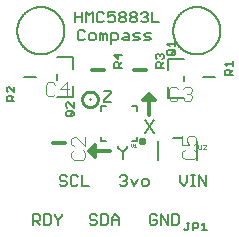
<source format=gbr>
G04 EAGLE Gerber RS-274X export*
G75*
%MOMM*%
%FSLAX34Y34*%
%LPD*%
%INSilkscreen Top*%
%IPPOS*%
%AMOC8*
5,1,8,0,0,1.08239X$1,22.5*%
G01*
%ADD10C,0.304800*%
%ADD11C,0.254000*%
%ADD12C,0.127000*%
%ADD13C,0.152400*%
%ADD14C,0.203200*%
%ADD15C,0.300000*%
%ADD16C,0.025400*%
%ADD17C,0.101600*%


D10*
X114300Y96520D02*
X114300Y114300D01*
X109220Y109220D01*
X119380Y109220D01*
X114300Y114300D01*
X81280Y66040D02*
X63500Y66040D01*
X68580Y71120D01*
X68580Y60960D01*
X63500Y66040D01*
D11*
X57912Y109474D02*
X57914Y109636D01*
X57920Y109798D01*
X57930Y109960D01*
X57944Y110121D01*
X57962Y110282D01*
X57983Y110443D01*
X58009Y110603D01*
X58039Y110762D01*
X58072Y110921D01*
X58110Y111079D01*
X58151Y111235D01*
X58196Y111391D01*
X58245Y111546D01*
X58298Y111699D01*
X58355Y111851D01*
X58415Y112001D01*
X58479Y112150D01*
X58546Y112298D01*
X58617Y112443D01*
X58692Y112587D01*
X58770Y112729D01*
X58852Y112869D01*
X58937Y113007D01*
X59025Y113143D01*
X59117Y113277D01*
X59212Y113408D01*
X59310Y113537D01*
X59411Y113664D01*
X59515Y113788D01*
X59623Y113909D01*
X59733Y114028D01*
X59846Y114144D01*
X59962Y114257D01*
X60081Y114367D01*
X60202Y114475D01*
X60326Y114579D01*
X60453Y114680D01*
X60582Y114778D01*
X60713Y114873D01*
X60847Y114965D01*
X60983Y115053D01*
X61121Y115138D01*
X61261Y115220D01*
X61403Y115298D01*
X61547Y115373D01*
X61692Y115444D01*
X61840Y115511D01*
X61989Y115575D01*
X62139Y115635D01*
X62291Y115692D01*
X62444Y115745D01*
X62599Y115794D01*
X62755Y115839D01*
X62911Y115880D01*
X63069Y115918D01*
X63228Y115951D01*
X63387Y115981D01*
X63547Y116007D01*
X63708Y116028D01*
X63869Y116046D01*
X64030Y116060D01*
X64192Y116070D01*
X64354Y116076D01*
X64516Y116078D01*
X64678Y116076D01*
X64840Y116070D01*
X65002Y116060D01*
X65163Y116046D01*
X65324Y116028D01*
X65485Y116007D01*
X65645Y115981D01*
X65804Y115951D01*
X65963Y115918D01*
X66121Y115880D01*
X66277Y115839D01*
X66433Y115794D01*
X66588Y115745D01*
X66741Y115692D01*
X66893Y115635D01*
X67043Y115575D01*
X67192Y115511D01*
X67340Y115444D01*
X67485Y115373D01*
X67629Y115298D01*
X67771Y115220D01*
X67911Y115138D01*
X68049Y115053D01*
X68185Y114965D01*
X68319Y114873D01*
X68450Y114778D01*
X68579Y114680D01*
X68706Y114579D01*
X68830Y114475D01*
X68951Y114367D01*
X69070Y114257D01*
X69186Y114144D01*
X69299Y114028D01*
X69409Y113909D01*
X69517Y113788D01*
X69621Y113664D01*
X69722Y113537D01*
X69820Y113408D01*
X69915Y113277D01*
X70007Y113143D01*
X70095Y113007D01*
X70180Y112869D01*
X70262Y112729D01*
X70340Y112587D01*
X70415Y112443D01*
X70486Y112298D01*
X70553Y112150D01*
X70617Y112001D01*
X70677Y111851D01*
X70734Y111699D01*
X70787Y111546D01*
X70836Y111391D01*
X70881Y111235D01*
X70922Y111079D01*
X70960Y110921D01*
X70993Y110762D01*
X71023Y110603D01*
X71049Y110443D01*
X71070Y110282D01*
X71088Y110121D01*
X71102Y109960D01*
X71112Y109798D01*
X71118Y109636D01*
X71120Y109474D01*
X71118Y109312D01*
X71112Y109150D01*
X71102Y108988D01*
X71088Y108827D01*
X71070Y108666D01*
X71049Y108505D01*
X71023Y108345D01*
X70993Y108186D01*
X70960Y108027D01*
X70922Y107869D01*
X70881Y107713D01*
X70836Y107557D01*
X70787Y107402D01*
X70734Y107249D01*
X70677Y107097D01*
X70617Y106947D01*
X70553Y106798D01*
X70486Y106650D01*
X70415Y106505D01*
X70340Y106361D01*
X70262Y106219D01*
X70180Y106079D01*
X70095Y105941D01*
X70007Y105805D01*
X69915Y105671D01*
X69820Y105540D01*
X69722Y105411D01*
X69621Y105284D01*
X69517Y105160D01*
X69409Y105039D01*
X69299Y104920D01*
X69186Y104804D01*
X69070Y104691D01*
X68951Y104581D01*
X68830Y104473D01*
X68706Y104369D01*
X68579Y104268D01*
X68450Y104170D01*
X68319Y104075D01*
X68185Y103983D01*
X68049Y103895D01*
X67911Y103810D01*
X67771Y103728D01*
X67629Y103650D01*
X67485Y103575D01*
X67340Y103504D01*
X67192Y103437D01*
X67043Y103373D01*
X66893Y103313D01*
X66741Y103256D01*
X66588Y103203D01*
X66433Y103154D01*
X66277Y103109D01*
X66121Y103068D01*
X65963Y103030D01*
X65804Y102997D01*
X65645Y102967D01*
X65485Y102941D01*
X65324Y102920D01*
X65163Y102902D01*
X65002Y102888D01*
X64840Y102878D01*
X64678Y102872D01*
X64516Y102870D01*
X64354Y102872D01*
X64192Y102878D01*
X64030Y102888D01*
X63869Y102902D01*
X63708Y102920D01*
X63547Y102941D01*
X63387Y102967D01*
X63228Y102997D01*
X63069Y103030D01*
X62911Y103068D01*
X62755Y103109D01*
X62599Y103154D01*
X62444Y103203D01*
X62291Y103256D01*
X62139Y103313D01*
X61989Y103373D01*
X61840Y103437D01*
X61692Y103504D01*
X61547Y103575D01*
X61403Y103650D01*
X61261Y103728D01*
X61121Y103810D01*
X60983Y103895D01*
X60847Y103983D01*
X60713Y104075D01*
X60582Y104170D01*
X60453Y104268D01*
X60326Y104369D01*
X60202Y104473D01*
X60081Y104581D01*
X59962Y104691D01*
X59846Y104804D01*
X59733Y104920D01*
X59623Y105039D01*
X59515Y105160D01*
X59411Y105284D01*
X59310Y105411D01*
X59212Y105540D01*
X59117Y105671D01*
X59025Y105805D01*
X58937Y105941D01*
X58852Y106079D01*
X58770Y106219D01*
X58692Y106361D01*
X58617Y106505D01*
X58546Y106650D01*
X58479Y106798D01*
X58415Y106947D01*
X58355Y107097D01*
X58298Y107249D01*
X58245Y107402D01*
X58196Y107557D01*
X58151Y107713D01*
X58110Y107869D01*
X58072Y108027D01*
X58039Y108186D01*
X58009Y108345D01*
X57983Y108505D01*
X57962Y108666D01*
X57944Y108827D01*
X57930Y108988D01*
X57920Y109150D01*
X57914Y109312D01*
X57912Y109474D01*
X64262Y109728D02*
X64264Y109759D01*
X64270Y109790D01*
X64279Y109820D01*
X64292Y109848D01*
X64309Y109875D01*
X64328Y109899D01*
X64351Y109921D01*
X64376Y109940D01*
X64403Y109955D01*
X64432Y109968D01*
X64462Y109976D01*
X64493Y109981D01*
X64524Y109982D01*
X64555Y109979D01*
X64586Y109972D01*
X64615Y109962D01*
X64643Y109948D01*
X64669Y109931D01*
X64693Y109910D01*
X64714Y109887D01*
X64732Y109862D01*
X64747Y109834D01*
X64758Y109805D01*
X64766Y109775D01*
X64770Y109744D01*
X64770Y109712D01*
X64766Y109681D01*
X64758Y109651D01*
X64747Y109622D01*
X64732Y109594D01*
X64714Y109569D01*
X64693Y109546D01*
X64669Y109525D01*
X64643Y109508D01*
X64615Y109494D01*
X64586Y109484D01*
X64555Y109477D01*
X64524Y109474D01*
X64493Y109475D01*
X64462Y109480D01*
X64432Y109488D01*
X64403Y109501D01*
X64376Y109516D01*
X64351Y109535D01*
X64328Y109557D01*
X64309Y109581D01*
X64292Y109608D01*
X64279Y109636D01*
X64270Y109666D01*
X64264Y109697D01*
X64262Y109728D01*
D12*
X119384Y12073D02*
X120867Y10590D01*
X119384Y12073D02*
X116418Y12073D01*
X114935Y10590D01*
X114935Y4658D01*
X116418Y3175D01*
X119384Y3175D01*
X120867Y4658D01*
X120867Y7624D01*
X117901Y7624D01*
X124290Y3175D02*
X124290Y12073D01*
X130222Y3175D01*
X130222Y12073D01*
X133645Y12073D02*
X133645Y3175D01*
X138094Y3175D01*
X139577Y4658D01*
X139577Y10590D01*
X138094Y12073D01*
X133645Y12073D01*
X15875Y12073D02*
X15875Y3175D01*
X15875Y12073D02*
X20324Y12073D01*
X21807Y10590D01*
X21807Y7624D01*
X20324Y6141D01*
X15875Y6141D01*
X18841Y6141D02*
X21807Y3175D01*
X25230Y3175D02*
X25230Y12073D01*
X25230Y3175D02*
X29679Y3175D01*
X31162Y4658D01*
X31162Y10590D01*
X29679Y12073D01*
X25230Y12073D01*
X34585Y12073D02*
X34585Y10590D01*
X37551Y7624D01*
X40517Y10590D01*
X40517Y12073D01*
X37551Y7624D02*
X37551Y3175D01*
X68584Y12073D02*
X70067Y10590D01*
X68584Y12073D02*
X65618Y12073D01*
X64135Y10590D01*
X64135Y9107D01*
X65618Y7624D01*
X68584Y7624D01*
X70067Y6141D01*
X70067Y4658D01*
X68584Y3175D01*
X65618Y3175D01*
X64135Y4658D01*
X73490Y3175D02*
X73490Y12073D01*
X73490Y3175D02*
X77939Y3175D01*
X79422Y4658D01*
X79422Y10590D01*
X77939Y12073D01*
X73490Y12073D01*
X82845Y9107D02*
X82845Y3175D01*
X82845Y9107D02*
X85811Y12073D01*
X88777Y9107D01*
X88777Y3175D01*
X88777Y7624D02*
X82845Y7624D01*
X44667Y43610D02*
X43184Y45093D01*
X40218Y45093D01*
X38735Y43610D01*
X38735Y42127D01*
X40218Y40644D01*
X43184Y40644D01*
X44667Y39161D01*
X44667Y37678D01*
X43184Y36195D01*
X40218Y36195D01*
X38735Y37678D01*
X52539Y45093D02*
X54022Y43610D01*
X52539Y45093D02*
X49573Y45093D01*
X48090Y43610D01*
X48090Y37678D01*
X49573Y36195D01*
X52539Y36195D01*
X54022Y37678D01*
X57445Y36195D02*
X57445Y45093D01*
X57445Y36195D02*
X63377Y36195D01*
X140788Y39161D02*
X140788Y45093D01*
X140788Y39161D02*
X143754Y36195D01*
X146720Y39161D01*
X146720Y45093D01*
X150143Y36195D02*
X153109Y36195D01*
X151626Y36195D02*
X151626Y45093D01*
X150143Y45093D02*
X153109Y45093D01*
X156380Y45093D02*
X156380Y36195D01*
X162312Y36195D02*
X156380Y45093D01*
X162312Y45093D02*
X162312Y36195D01*
X51435Y174625D02*
X51435Y183523D01*
X51435Y179074D02*
X57367Y179074D01*
X57367Y183523D02*
X57367Y174625D01*
X60790Y174625D02*
X60790Y183523D01*
X63756Y180557D01*
X66722Y183523D01*
X66722Y174625D01*
X74594Y183523D02*
X76077Y182040D01*
X74594Y183523D02*
X71628Y183523D01*
X70145Y182040D01*
X70145Y176108D01*
X71628Y174625D01*
X74594Y174625D01*
X76077Y176108D01*
X79501Y183523D02*
X85432Y183523D01*
X79501Y183523D02*
X79501Y179074D01*
X82466Y180557D01*
X83949Y180557D01*
X85432Y179074D01*
X85432Y176108D01*
X83949Y174625D01*
X80983Y174625D01*
X79501Y176108D01*
X88856Y182040D02*
X90339Y183523D01*
X93305Y183523D01*
X94787Y182040D01*
X94787Y180557D01*
X93305Y179074D01*
X94787Y177591D01*
X94787Y176108D01*
X93305Y174625D01*
X90339Y174625D01*
X88856Y176108D01*
X88856Y177591D01*
X90339Y179074D01*
X88856Y180557D01*
X88856Y182040D01*
X90339Y179074D02*
X93305Y179074D01*
X98211Y182040D02*
X99694Y183523D01*
X102660Y183523D01*
X104143Y182040D01*
X104143Y180557D01*
X102660Y179074D01*
X104143Y177591D01*
X104143Y176108D01*
X102660Y174625D01*
X99694Y174625D01*
X98211Y176108D01*
X98211Y177591D01*
X99694Y179074D01*
X98211Y180557D01*
X98211Y182040D01*
X99694Y179074D02*
X102660Y179074D01*
X107566Y182040D02*
X109049Y183523D01*
X112015Y183523D01*
X113498Y182040D01*
X113498Y180557D01*
X112015Y179074D01*
X110532Y179074D01*
X112015Y179074D02*
X113498Y177591D01*
X113498Y176108D01*
X112015Y174625D01*
X109049Y174625D01*
X107566Y176108D01*
X116921Y174625D02*
X116921Y183523D01*
X116921Y174625D02*
X122853Y174625D01*
X59907Y166800D02*
X58424Y168283D01*
X55458Y168283D01*
X53975Y166800D01*
X53975Y160868D01*
X55458Y159385D01*
X58424Y159385D01*
X59907Y160868D01*
X64813Y159385D02*
X67779Y159385D01*
X69262Y160868D01*
X69262Y163834D01*
X67779Y165317D01*
X64813Y165317D01*
X63330Y163834D01*
X63330Y160868D01*
X64813Y159385D01*
X72685Y159385D02*
X72685Y165317D01*
X74168Y165317D01*
X75651Y163834D01*
X75651Y159385D01*
X75651Y163834D02*
X77134Y165317D01*
X78617Y163834D01*
X78617Y159385D01*
X82041Y156419D02*
X82041Y165317D01*
X86489Y165317D01*
X87972Y163834D01*
X87972Y160868D01*
X86489Y159385D01*
X82041Y159385D01*
X92879Y165317D02*
X95845Y165317D01*
X97327Y163834D01*
X97327Y159385D01*
X92879Y159385D01*
X91396Y160868D01*
X92879Y162351D01*
X97327Y162351D01*
X100751Y159385D02*
X105200Y159385D01*
X106683Y160868D01*
X105200Y162351D01*
X102234Y162351D01*
X100751Y163834D01*
X102234Y165317D01*
X106683Y165317D01*
X110106Y159385D02*
X114555Y159385D01*
X116038Y160868D01*
X114555Y162351D01*
X111589Y162351D01*
X110106Y163834D01*
X111589Y165317D01*
X116038Y165317D01*
D13*
X111252Y91958D02*
X118709Y80772D01*
X111252Y80772D02*
X118709Y91958D01*
D12*
X82048Y116467D02*
X76116Y116467D01*
X82048Y116467D02*
X82048Y114984D01*
X76116Y109052D01*
X76116Y107569D01*
X82048Y107569D01*
X91018Y45093D02*
X89535Y43610D01*
X91018Y45093D02*
X93984Y45093D01*
X95467Y43610D01*
X95467Y42127D01*
X93984Y40644D01*
X92501Y40644D01*
X93984Y40644D02*
X95467Y39161D01*
X95467Y37678D01*
X93984Y36195D01*
X91018Y36195D01*
X89535Y37678D01*
X98890Y42127D02*
X101856Y36195D01*
X104822Y42127D01*
X109728Y36195D02*
X112694Y36195D01*
X114177Y37678D01*
X114177Y40644D01*
X112694Y42127D01*
X109728Y42127D01*
X108245Y40644D01*
X108245Y37678D01*
X109728Y36195D01*
D13*
X88392Y68503D02*
X88392Y70368D01*
X88392Y68503D02*
X92121Y64775D01*
X95849Y68503D01*
X95849Y70368D01*
X92121Y64775D02*
X92121Y59182D01*
D14*
X103900Y73900D02*
X103900Y77900D01*
X103900Y73900D02*
X99900Y73900D01*
X77900Y73900D02*
X73900Y73900D01*
X73900Y77900D01*
X73900Y99900D02*
X73900Y103900D01*
X77900Y103900D01*
X99900Y103900D02*
X103900Y103900D01*
X103900Y99900D01*
D15*
X107400Y73900D02*
X107402Y73977D01*
X107408Y74054D01*
X107418Y74131D01*
X107432Y74207D01*
X107449Y74282D01*
X107471Y74356D01*
X107496Y74429D01*
X107526Y74501D01*
X107558Y74571D01*
X107595Y74639D01*
X107634Y74705D01*
X107677Y74769D01*
X107724Y74831D01*
X107773Y74890D01*
X107826Y74947D01*
X107881Y75001D01*
X107939Y75052D01*
X108000Y75100D01*
X108063Y75145D01*
X108128Y75186D01*
X108195Y75224D01*
X108264Y75259D01*
X108335Y75289D01*
X108407Y75317D01*
X108481Y75340D01*
X108555Y75360D01*
X108631Y75376D01*
X108707Y75388D01*
X108784Y75396D01*
X108861Y75400D01*
X108939Y75400D01*
X109016Y75396D01*
X109093Y75388D01*
X109169Y75376D01*
X109245Y75360D01*
X109319Y75340D01*
X109393Y75317D01*
X109465Y75289D01*
X109536Y75259D01*
X109605Y75224D01*
X109672Y75186D01*
X109737Y75145D01*
X109800Y75100D01*
X109861Y75052D01*
X109919Y75001D01*
X109974Y74947D01*
X110027Y74890D01*
X110076Y74831D01*
X110123Y74769D01*
X110166Y74705D01*
X110205Y74639D01*
X110242Y74571D01*
X110274Y74501D01*
X110304Y74429D01*
X110329Y74356D01*
X110351Y74282D01*
X110368Y74207D01*
X110382Y74131D01*
X110392Y74054D01*
X110398Y73977D01*
X110400Y73900D01*
X110398Y73823D01*
X110392Y73746D01*
X110382Y73669D01*
X110368Y73593D01*
X110351Y73518D01*
X110329Y73444D01*
X110304Y73371D01*
X110274Y73299D01*
X110242Y73229D01*
X110205Y73161D01*
X110166Y73095D01*
X110123Y73031D01*
X110076Y72969D01*
X110027Y72910D01*
X109974Y72853D01*
X109919Y72799D01*
X109861Y72748D01*
X109800Y72700D01*
X109737Y72655D01*
X109672Y72614D01*
X109605Y72576D01*
X109536Y72541D01*
X109465Y72511D01*
X109393Y72483D01*
X109319Y72460D01*
X109245Y72440D01*
X109169Y72424D01*
X109093Y72412D01*
X109016Y72404D01*
X108939Y72400D01*
X108861Y72400D01*
X108784Y72404D01*
X108707Y72412D01*
X108631Y72424D01*
X108555Y72440D01*
X108481Y72460D01*
X108407Y72483D01*
X108335Y72511D01*
X108264Y72541D01*
X108195Y72576D01*
X108128Y72614D01*
X108063Y72655D01*
X108000Y72700D01*
X107939Y72748D01*
X107881Y72799D01*
X107826Y72853D01*
X107773Y72910D01*
X107724Y72969D01*
X107677Y73031D01*
X107634Y73095D01*
X107595Y73161D01*
X107558Y73229D01*
X107526Y73299D01*
X107496Y73371D01*
X107471Y73444D01*
X107449Y73518D01*
X107432Y73593D01*
X107418Y73669D01*
X107408Y73746D01*
X107402Y73823D01*
X107400Y73900D01*
D16*
X99349Y71775D02*
X99349Y69868D01*
X99731Y69487D01*
X100493Y69487D01*
X100875Y69868D01*
X100875Y71775D01*
X101688Y71012D02*
X102451Y71775D01*
X102451Y69487D01*
X103213Y69487D02*
X101688Y69487D01*
D10*
X43180Y72390D02*
X33020Y72390D01*
D17*
X48758Y64247D02*
X50707Y66196D01*
X48758Y64247D02*
X48758Y60349D01*
X50707Y58400D01*
X58503Y58400D01*
X60452Y60349D01*
X60452Y64247D01*
X58503Y66196D01*
X60452Y70094D02*
X60452Y77890D01*
X60452Y70094D02*
X52656Y77890D01*
X50707Y77890D01*
X48758Y75941D01*
X48758Y72043D01*
X50707Y70094D01*
X137165Y120152D02*
X139114Y118203D01*
X137165Y120152D02*
X133267Y120152D01*
X131318Y118203D01*
X131318Y110407D01*
X133267Y108458D01*
X137165Y108458D01*
X139114Y110407D01*
X143012Y118203D02*
X144961Y120152D01*
X148859Y120152D01*
X150808Y118203D01*
X150808Y116254D01*
X148859Y114305D01*
X146910Y114305D01*
X148859Y114305D02*
X150808Y112356D01*
X150808Y110407D01*
X148859Y108458D01*
X144961Y108458D01*
X143012Y110407D01*
D14*
X2860Y167640D02*
X2866Y168131D01*
X2884Y168621D01*
X2914Y169111D01*
X2956Y169600D01*
X3010Y170088D01*
X3076Y170575D01*
X3154Y171059D01*
X3244Y171542D01*
X3346Y172022D01*
X3459Y172500D01*
X3584Y172974D01*
X3721Y173446D01*
X3869Y173914D01*
X4029Y174378D01*
X4200Y174838D01*
X4382Y175294D01*
X4576Y175745D01*
X4780Y176191D01*
X4996Y176632D01*
X5222Y177068D01*
X5458Y177498D01*
X5705Y177922D01*
X5963Y178340D01*
X6231Y178751D01*
X6508Y179156D01*
X6796Y179554D01*
X7093Y179945D01*
X7400Y180328D01*
X7716Y180703D01*
X8041Y181071D01*
X8375Y181431D01*
X8718Y181782D01*
X9069Y182125D01*
X9429Y182459D01*
X9797Y182784D01*
X10172Y183100D01*
X10555Y183407D01*
X10946Y183704D01*
X11344Y183992D01*
X11749Y184269D01*
X12160Y184537D01*
X12578Y184795D01*
X13002Y185042D01*
X13432Y185278D01*
X13868Y185504D01*
X14309Y185720D01*
X14755Y185924D01*
X15206Y186118D01*
X15662Y186300D01*
X16122Y186471D01*
X16586Y186631D01*
X17054Y186779D01*
X17526Y186916D01*
X18000Y187041D01*
X18478Y187154D01*
X18958Y187256D01*
X19441Y187346D01*
X19925Y187424D01*
X20412Y187490D01*
X20900Y187544D01*
X21389Y187586D01*
X21879Y187616D01*
X22369Y187634D01*
X22860Y187640D01*
X23351Y187634D01*
X23841Y187616D01*
X24331Y187586D01*
X24820Y187544D01*
X25308Y187490D01*
X25795Y187424D01*
X26279Y187346D01*
X26762Y187256D01*
X27242Y187154D01*
X27720Y187041D01*
X28194Y186916D01*
X28666Y186779D01*
X29134Y186631D01*
X29598Y186471D01*
X30058Y186300D01*
X30514Y186118D01*
X30965Y185924D01*
X31411Y185720D01*
X31852Y185504D01*
X32288Y185278D01*
X32718Y185042D01*
X33142Y184795D01*
X33560Y184537D01*
X33971Y184269D01*
X34376Y183992D01*
X34774Y183704D01*
X35165Y183407D01*
X35548Y183100D01*
X35923Y182784D01*
X36291Y182459D01*
X36651Y182125D01*
X37002Y181782D01*
X37345Y181431D01*
X37679Y181071D01*
X38004Y180703D01*
X38320Y180328D01*
X38627Y179945D01*
X38924Y179554D01*
X39212Y179156D01*
X39489Y178751D01*
X39757Y178340D01*
X40015Y177922D01*
X40262Y177498D01*
X40498Y177068D01*
X40724Y176632D01*
X40940Y176191D01*
X41144Y175745D01*
X41338Y175294D01*
X41520Y174838D01*
X41691Y174378D01*
X41851Y173914D01*
X41999Y173446D01*
X42136Y172974D01*
X42261Y172500D01*
X42374Y172022D01*
X42476Y171542D01*
X42566Y171059D01*
X42644Y170575D01*
X42710Y170088D01*
X42764Y169600D01*
X42806Y169111D01*
X42836Y168621D01*
X42854Y168131D01*
X42860Y167640D01*
X42854Y167149D01*
X42836Y166659D01*
X42806Y166169D01*
X42764Y165680D01*
X42710Y165192D01*
X42644Y164705D01*
X42566Y164221D01*
X42476Y163738D01*
X42374Y163258D01*
X42261Y162780D01*
X42136Y162306D01*
X41999Y161834D01*
X41851Y161366D01*
X41691Y160902D01*
X41520Y160442D01*
X41338Y159986D01*
X41144Y159535D01*
X40940Y159089D01*
X40724Y158648D01*
X40498Y158212D01*
X40262Y157782D01*
X40015Y157358D01*
X39757Y156940D01*
X39489Y156529D01*
X39212Y156124D01*
X38924Y155726D01*
X38627Y155335D01*
X38320Y154952D01*
X38004Y154577D01*
X37679Y154209D01*
X37345Y153849D01*
X37002Y153498D01*
X36651Y153155D01*
X36291Y152821D01*
X35923Y152496D01*
X35548Y152180D01*
X35165Y151873D01*
X34774Y151576D01*
X34376Y151288D01*
X33971Y151011D01*
X33560Y150743D01*
X33142Y150485D01*
X32718Y150238D01*
X32288Y150002D01*
X31852Y149776D01*
X31411Y149560D01*
X30965Y149356D01*
X30514Y149162D01*
X30058Y148980D01*
X29598Y148809D01*
X29134Y148649D01*
X28666Y148501D01*
X28194Y148364D01*
X27720Y148239D01*
X27242Y148126D01*
X26762Y148024D01*
X26279Y147934D01*
X25795Y147856D01*
X25308Y147790D01*
X24820Y147736D01*
X24331Y147694D01*
X23841Y147664D01*
X23351Y147646D01*
X22860Y147640D01*
X22369Y147646D01*
X21879Y147664D01*
X21389Y147694D01*
X20900Y147736D01*
X20412Y147790D01*
X19925Y147856D01*
X19441Y147934D01*
X18958Y148024D01*
X18478Y148126D01*
X18000Y148239D01*
X17526Y148364D01*
X17054Y148501D01*
X16586Y148649D01*
X16122Y148809D01*
X15662Y148980D01*
X15206Y149162D01*
X14755Y149356D01*
X14309Y149560D01*
X13868Y149776D01*
X13432Y150002D01*
X13002Y150238D01*
X12578Y150485D01*
X12160Y150743D01*
X11749Y151011D01*
X11344Y151288D01*
X10946Y151576D01*
X10555Y151873D01*
X10172Y152180D01*
X9797Y152496D01*
X9429Y152821D01*
X9069Y153155D01*
X8718Y153498D01*
X8375Y153849D01*
X8041Y154209D01*
X7716Y154577D01*
X7400Y154952D01*
X7093Y155335D01*
X6796Y155726D01*
X6508Y156124D01*
X6231Y156529D01*
X5963Y156940D01*
X5705Y157358D01*
X5458Y157782D01*
X5222Y158212D01*
X4996Y158648D01*
X4780Y159089D01*
X4576Y159535D01*
X4382Y159986D01*
X4200Y160442D01*
X4029Y160902D01*
X3869Y161366D01*
X3721Y161834D01*
X3584Y162306D01*
X3459Y162780D01*
X3346Y163258D01*
X3244Y163738D01*
X3154Y164221D01*
X3076Y164705D01*
X3010Y165192D01*
X2956Y165680D01*
X2914Y166169D01*
X2884Y166659D01*
X2866Y167149D01*
X2860Y167640D01*
X134940Y167640D02*
X134946Y168131D01*
X134964Y168621D01*
X134994Y169111D01*
X135036Y169600D01*
X135090Y170088D01*
X135156Y170575D01*
X135234Y171059D01*
X135324Y171542D01*
X135426Y172022D01*
X135539Y172500D01*
X135664Y172974D01*
X135801Y173446D01*
X135949Y173914D01*
X136109Y174378D01*
X136280Y174838D01*
X136462Y175294D01*
X136656Y175745D01*
X136860Y176191D01*
X137076Y176632D01*
X137302Y177068D01*
X137538Y177498D01*
X137785Y177922D01*
X138043Y178340D01*
X138311Y178751D01*
X138588Y179156D01*
X138876Y179554D01*
X139173Y179945D01*
X139480Y180328D01*
X139796Y180703D01*
X140121Y181071D01*
X140455Y181431D01*
X140798Y181782D01*
X141149Y182125D01*
X141509Y182459D01*
X141877Y182784D01*
X142252Y183100D01*
X142635Y183407D01*
X143026Y183704D01*
X143424Y183992D01*
X143829Y184269D01*
X144240Y184537D01*
X144658Y184795D01*
X145082Y185042D01*
X145512Y185278D01*
X145948Y185504D01*
X146389Y185720D01*
X146835Y185924D01*
X147286Y186118D01*
X147742Y186300D01*
X148202Y186471D01*
X148666Y186631D01*
X149134Y186779D01*
X149606Y186916D01*
X150080Y187041D01*
X150558Y187154D01*
X151038Y187256D01*
X151521Y187346D01*
X152005Y187424D01*
X152492Y187490D01*
X152980Y187544D01*
X153469Y187586D01*
X153959Y187616D01*
X154449Y187634D01*
X154940Y187640D01*
X155431Y187634D01*
X155921Y187616D01*
X156411Y187586D01*
X156900Y187544D01*
X157388Y187490D01*
X157875Y187424D01*
X158359Y187346D01*
X158842Y187256D01*
X159322Y187154D01*
X159800Y187041D01*
X160274Y186916D01*
X160746Y186779D01*
X161214Y186631D01*
X161678Y186471D01*
X162138Y186300D01*
X162594Y186118D01*
X163045Y185924D01*
X163491Y185720D01*
X163932Y185504D01*
X164368Y185278D01*
X164798Y185042D01*
X165222Y184795D01*
X165640Y184537D01*
X166051Y184269D01*
X166456Y183992D01*
X166854Y183704D01*
X167245Y183407D01*
X167628Y183100D01*
X168003Y182784D01*
X168371Y182459D01*
X168731Y182125D01*
X169082Y181782D01*
X169425Y181431D01*
X169759Y181071D01*
X170084Y180703D01*
X170400Y180328D01*
X170707Y179945D01*
X171004Y179554D01*
X171292Y179156D01*
X171569Y178751D01*
X171837Y178340D01*
X172095Y177922D01*
X172342Y177498D01*
X172578Y177068D01*
X172804Y176632D01*
X173020Y176191D01*
X173224Y175745D01*
X173418Y175294D01*
X173600Y174838D01*
X173771Y174378D01*
X173931Y173914D01*
X174079Y173446D01*
X174216Y172974D01*
X174341Y172500D01*
X174454Y172022D01*
X174556Y171542D01*
X174646Y171059D01*
X174724Y170575D01*
X174790Y170088D01*
X174844Y169600D01*
X174886Y169111D01*
X174916Y168621D01*
X174934Y168131D01*
X174940Y167640D01*
X174934Y167149D01*
X174916Y166659D01*
X174886Y166169D01*
X174844Y165680D01*
X174790Y165192D01*
X174724Y164705D01*
X174646Y164221D01*
X174556Y163738D01*
X174454Y163258D01*
X174341Y162780D01*
X174216Y162306D01*
X174079Y161834D01*
X173931Y161366D01*
X173771Y160902D01*
X173600Y160442D01*
X173418Y159986D01*
X173224Y159535D01*
X173020Y159089D01*
X172804Y158648D01*
X172578Y158212D01*
X172342Y157782D01*
X172095Y157358D01*
X171837Y156940D01*
X171569Y156529D01*
X171292Y156124D01*
X171004Y155726D01*
X170707Y155335D01*
X170400Y154952D01*
X170084Y154577D01*
X169759Y154209D01*
X169425Y153849D01*
X169082Y153498D01*
X168731Y153155D01*
X168371Y152821D01*
X168003Y152496D01*
X167628Y152180D01*
X167245Y151873D01*
X166854Y151576D01*
X166456Y151288D01*
X166051Y151011D01*
X165640Y150743D01*
X165222Y150485D01*
X164798Y150238D01*
X164368Y150002D01*
X163932Y149776D01*
X163491Y149560D01*
X163045Y149356D01*
X162594Y149162D01*
X162138Y148980D01*
X161678Y148809D01*
X161214Y148649D01*
X160746Y148501D01*
X160274Y148364D01*
X159800Y148239D01*
X159322Y148126D01*
X158842Y148024D01*
X158359Y147934D01*
X157875Y147856D01*
X157388Y147790D01*
X156900Y147736D01*
X156411Y147694D01*
X155921Y147664D01*
X155431Y147646D01*
X154940Y147640D01*
X154449Y147646D01*
X153959Y147664D01*
X153469Y147694D01*
X152980Y147736D01*
X152492Y147790D01*
X152005Y147856D01*
X151521Y147934D01*
X151038Y148024D01*
X150558Y148126D01*
X150080Y148239D01*
X149606Y148364D01*
X149134Y148501D01*
X148666Y148649D01*
X148202Y148809D01*
X147742Y148980D01*
X147286Y149162D01*
X146835Y149356D01*
X146389Y149560D01*
X145948Y149776D01*
X145512Y150002D01*
X145082Y150238D01*
X144658Y150485D01*
X144240Y150743D01*
X143829Y151011D01*
X143424Y151288D01*
X143026Y151576D01*
X142635Y151873D01*
X142252Y152180D01*
X141877Y152496D01*
X141509Y152821D01*
X141149Y153155D01*
X140798Y153498D01*
X140455Y153849D01*
X140121Y154209D01*
X139796Y154577D01*
X139480Y154952D01*
X139173Y155335D01*
X138876Y155726D01*
X138588Y156124D01*
X138311Y156529D01*
X138043Y156940D01*
X137785Y157358D01*
X137538Y157782D01*
X137302Y158212D01*
X137076Y158648D01*
X136860Y159089D01*
X136656Y159535D01*
X136462Y159986D01*
X136280Y160442D01*
X136109Y160902D01*
X135949Y161366D01*
X135801Y161834D01*
X135664Y162306D01*
X135539Y162780D01*
X135426Y163258D01*
X135324Y163738D01*
X135234Y164221D01*
X135156Y164705D01*
X135090Y165192D01*
X135036Y165680D01*
X134994Y166169D01*
X134964Y166659D01*
X134946Y167149D01*
X134940Y167640D01*
D17*
X34974Y122013D02*
X33025Y123962D01*
X29127Y123962D01*
X27178Y122013D01*
X27178Y114217D01*
X29127Y112268D01*
X33025Y112268D01*
X34974Y114217D01*
X44719Y112268D02*
X44719Y123962D01*
X38872Y118115D01*
X46668Y118115D01*
X142738Y64775D02*
X144687Y66724D01*
X142738Y64775D02*
X142738Y60877D01*
X144687Y58928D01*
X152483Y58928D01*
X154432Y60877D01*
X154432Y64775D01*
X152483Y66724D01*
X142738Y70622D02*
X142738Y78418D01*
X142738Y70622D02*
X148585Y70622D01*
X146636Y74520D01*
X146636Y76469D01*
X148585Y78418D01*
X152483Y78418D01*
X154432Y76469D01*
X154432Y72571D01*
X152483Y70622D01*
D14*
X121930Y74040D02*
X121930Y58040D01*
X154930Y58040D02*
X154930Y74040D01*
X142430Y76540D02*
X134430Y76540D01*
D16*
X156337Y71250D02*
X156337Y68073D01*
X156973Y67437D01*
X158244Y67437D01*
X158879Y68073D01*
X158879Y71250D01*
X160079Y67437D02*
X162621Y67437D01*
X160079Y67437D02*
X162621Y69979D01*
X162621Y70615D01*
X161986Y71250D01*
X160715Y71250D01*
X160079Y70615D01*
D14*
X160020Y128270D02*
X170180Y128270D01*
D13*
X178556Y129939D02*
X185166Y129939D01*
X178556Y129939D02*
X178556Y133244D01*
X179658Y134345D01*
X181861Y134345D01*
X182963Y133244D01*
X182963Y129939D01*
X182963Y132142D02*
X185166Y134345D01*
X180760Y137423D02*
X178556Y139626D01*
X185166Y139626D01*
X185166Y137423D02*
X185166Y141829D01*
D14*
X19050Y128270D02*
X8890Y128270D01*
D13*
X508Y108077D02*
X-6102Y108077D01*
X-6102Y111382D01*
X-5000Y112483D01*
X-2797Y112483D01*
X-1695Y111382D01*
X-1695Y108077D01*
X-1695Y110280D02*
X508Y112483D01*
X508Y115561D02*
X508Y119968D01*
X-3898Y119968D02*
X508Y115561D01*
X-3898Y119968D02*
X-5000Y119968D01*
X-6102Y118866D01*
X-6102Y116663D01*
X-5000Y115561D01*
D10*
X101600Y134620D02*
X111760Y134620D01*
D13*
X120136Y136289D02*
X126746Y136289D01*
X120136Y136289D02*
X120136Y139594D01*
X121238Y140695D01*
X123441Y140695D01*
X124543Y139594D01*
X124543Y136289D01*
X124543Y138492D02*
X126746Y140695D01*
X121238Y143773D02*
X120136Y144874D01*
X120136Y147078D01*
X121238Y148179D01*
X122340Y148179D01*
X123441Y147078D01*
X123441Y145976D01*
X123441Y147078D02*
X124543Y148179D01*
X125644Y148179D01*
X126746Y147078D01*
X126746Y144874D01*
X125644Y143773D01*
D10*
X76200Y134620D02*
X66040Y134620D01*
D13*
X84576Y136289D02*
X91186Y136289D01*
X84576Y136289D02*
X84576Y139594D01*
X85678Y140695D01*
X87881Y140695D01*
X88983Y139594D01*
X88983Y136289D01*
X88983Y138492D02*
X91186Y140695D01*
X91186Y147078D02*
X84576Y147078D01*
X87881Y143773D01*
X87881Y148179D01*
D14*
X130556Y110276D02*
X143684Y110276D01*
X130556Y110276D02*
X130556Y119864D01*
X130556Y143724D02*
X143684Y143724D01*
X130556Y143724D02*
X130556Y134136D01*
X143764Y129224D02*
X143764Y124636D01*
D13*
X135296Y146812D02*
X130890Y146812D01*
X129788Y147914D01*
X129788Y150117D01*
X130890Y151218D01*
X135296Y151218D01*
X136398Y150117D01*
X136398Y147914D01*
X135296Y146812D01*
X134195Y149015D02*
X136398Y151218D01*
X131992Y154296D02*
X129788Y156499D01*
X136398Y156499D01*
X136398Y154296D02*
X136398Y158703D01*
D14*
X49784Y144994D02*
X36656Y144994D01*
X49784Y144994D02*
X49784Y135406D01*
X49784Y111546D02*
X36656Y111546D01*
X49784Y111546D02*
X49784Y121134D01*
X36576Y126046D02*
X36576Y130634D01*
D13*
X45038Y95014D02*
X49444Y95014D01*
X45038Y95014D02*
X43936Y96115D01*
X43936Y98319D01*
X45038Y99420D01*
X49444Y99420D01*
X50546Y98319D01*
X50546Y96115D01*
X49444Y95014D01*
X48343Y97217D02*
X50546Y99420D01*
X50546Y102498D02*
X50546Y106904D01*
X50546Y102498D02*
X46140Y106904D01*
X45038Y106904D01*
X43936Y105803D01*
X43936Y103599D01*
X45038Y102498D01*
X144172Y-422D02*
X145273Y-1524D01*
X146375Y-1524D01*
X147476Y-422D01*
X147476Y5086D01*
X146375Y5086D02*
X148578Y5086D01*
X151656Y5086D02*
X151656Y-1524D01*
X151656Y5086D02*
X154961Y5086D01*
X156062Y3984D01*
X156062Y1781D01*
X154961Y679D01*
X151656Y679D01*
X159140Y2882D02*
X161343Y5086D01*
X161343Y-1524D01*
X159140Y-1524D02*
X163546Y-1524D01*
M02*

</source>
